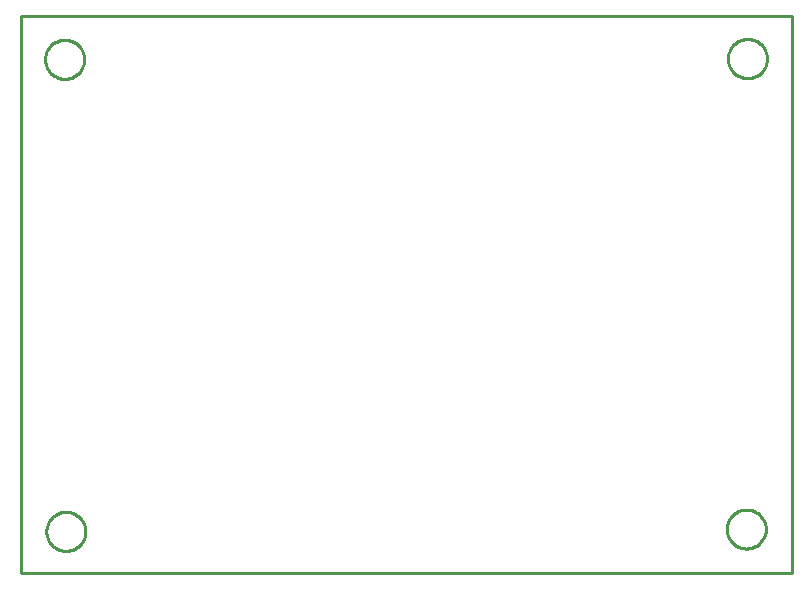
<source format=gbr>
G04 EAGLE Gerber RS-274X export*
G75*
%MOMM*%
%FSLAX34Y34*%
%LPD*%
%IN*%
%IPPOS*%
%AMOC8*
5,1,8,0,0,1.08239X$1,22.5*%
G01*
%ADD10C,0.254000*%


D10*
X25400Y489712D02*
X677980Y489712D01*
X677980Y961900D01*
X25400Y961900D01*
X25400Y489712D01*
X78994Y924528D02*
X78923Y923449D01*
X78782Y922377D01*
X78571Y921317D01*
X78292Y920273D01*
X77944Y919249D01*
X77530Y918251D01*
X77052Y917281D01*
X76512Y916345D01*
X75911Y915446D01*
X75253Y914589D01*
X74541Y913776D01*
X73776Y913012D01*
X72963Y912299D01*
X72106Y911641D01*
X71207Y911040D01*
X70271Y910500D01*
X69301Y910022D01*
X68303Y909608D01*
X67279Y909260D01*
X66235Y908981D01*
X65175Y908770D01*
X64103Y908629D01*
X63024Y908558D01*
X61944Y908558D01*
X60865Y908629D01*
X59793Y908770D01*
X58733Y908981D01*
X57689Y909260D01*
X56665Y909608D01*
X55667Y910022D01*
X54697Y910500D01*
X53761Y911040D01*
X52862Y911641D01*
X52005Y912299D01*
X51192Y913012D01*
X50428Y913776D01*
X49715Y914589D01*
X49057Y915446D01*
X48456Y916345D01*
X47916Y917281D01*
X47438Y918251D01*
X47024Y919249D01*
X46676Y920273D01*
X46397Y921317D01*
X46186Y922377D01*
X46045Y923449D01*
X45974Y924528D01*
X45974Y925608D01*
X46045Y926687D01*
X46186Y927759D01*
X46397Y928819D01*
X46676Y929863D01*
X47024Y930887D01*
X47438Y931885D01*
X47916Y932855D01*
X48456Y933791D01*
X49057Y934690D01*
X49715Y935547D01*
X50428Y936360D01*
X51192Y937125D01*
X52005Y937837D01*
X52862Y938495D01*
X53761Y939096D01*
X54697Y939636D01*
X55667Y940114D01*
X56665Y940528D01*
X57689Y940876D01*
X58733Y941155D01*
X59793Y941366D01*
X60865Y941507D01*
X61944Y941578D01*
X63024Y941578D01*
X64103Y941507D01*
X65175Y941366D01*
X66235Y941155D01*
X67279Y940876D01*
X68303Y940528D01*
X69301Y940114D01*
X70271Y939636D01*
X71207Y939096D01*
X72106Y938495D01*
X72963Y937837D01*
X73776Y937125D01*
X74541Y936360D01*
X75253Y935547D01*
X75911Y934690D01*
X76512Y933791D01*
X77052Y932855D01*
X77530Y931885D01*
X77944Y930887D01*
X78292Y929863D01*
X78571Y928819D01*
X78782Y927759D01*
X78923Y926687D01*
X78994Y925608D01*
X78994Y924528D01*
X657098Y925036D02*
X657027Y923957D01*
X656886Y922885D01*
X656675Y921825D01*
X656396Y920781D01*
X656048Y919757D01*
X655634Y918759D01*
X655156Y917789D01*
X654616Y916853D01*
X654015Y915954D01*
X653357Y915097D01*
X652645Y914284D01*
X651880Y913520D01*
X651067Y912807D01*
X650210Y912149D01*
X649311Y911548D01*
X648375Y911008D01*
X647405Y910530D01*
X646407Y910116D01*
X645383Y909768D01*
X644339Y909489D01*
X643279Y909278D01*
X642207Y909137D01*
X641128Y909066D01*
X640048Y909066D01*
X638969Y909137D01*
X637897Y909278D01*
X636837Y909489D01*
X635793Y909768D01*
X634769Y910116D01*
X633771Y910530D01*
X632801Y911008D01*
X631865Y911548D01*
X630966Y912149D01*
X630109Y912807D01*
X629296Y913520D01*
X628532Y914284D01*
X627819Y915097D01*
X627161Y915954D01*
X626560Y916853D01*
X626020Y917789D01*
X625542Y918759D01*
X625128Y919757D01*
X624780Y920781D01*
X624501Y921825D01*
X624290Y922885D01*
X624149Y923957D01*
X624078Y925036D01*
X624078Y926116D01*
X624149Y927195D01*
X624290Y928267D01*
X624501Y929327D01*
X624780Y930371D01*
X625128Y931395D01*
X625542Y932393D01*
X626020Y933363D01*
X626560Y934299D01*
X627161Y935198D01*
X627819Y936055D01*
X628532Y936868D01*
X629296Y937633D01*
X630109Y938345D01*
X630966Y939003D01*
X631865Y939604D01*
X632801Y940144D01*
X633771Y940622D01*
X634769Y941036D01*
X635793Y941384D01*
X636837Y941663D01*
X637897Y941874D01*
X638969Y942015D01*
X640048Y942086D01*
X641128Y942086D01*
X642207Y942015D01*
X643279Y941874D01*
X644339Y941663D01*
X645383Y941384D01*
X646407Y941036D01*
X647405Y940622D01*
X648375Y940144D01*
X649311Y939604D01*
X650210Y939003D01*
X651067Y938345D01*
X651880Y937633D01*
X652645Y936868D01*
X653357Y936055D01*
X654015Y935198D01*
X654616Y934299D01*
X655156Y933363D01*
X655634Y932393D01*
X656048Y931395D01*
X656396Y930371D01*
X656675Y929327D01*
X656886Y928267D01*
X657027Y927195D01*
X657098Y926116D01*
X657098Y925036D01*
X80010Y524732D02*
X79939Y523653D01*
X79798Y522581D01*
X79587Y521521D01*
X79308Y520477D01*
X78960Y519453D01*
X78546Y518455D01*
X78068Y517485D01*
X77528Y516549D01*
X76927Y515650D01*
X76269Y514793D01*
X75557Y513980D01*
X74792Y513216D01*
X73979Y512503D01*
X73122Y511845D01*
X72223Y511244D01*
X71287Y510704D01*
X70317Y510226D01*
X69319Y509812D01*
X68295Y509464D01*
X67251Y509185D01*
X66191Y508974D01*
X65119Y508833D01*
X64040Y508762D01*
X62960Y508762D01*
X61881Y508833D01*
X60809Y508974D01*
X59749Y509185D01*
X58705Y509464D01*
X57681Y509812D01*
X56683Y510226D01*
X55713Y510704D01*
X54777Y511244D01*
X53878Y511845D01*
X53021Y512503D01*
X52208Y513216D01*
X51444Y513980D01*
X50731Y514793D01*
X50073Y515650D01*
X49472Y516549D01*
X48932Y517485D01*
X48454Y518455D01*
X48040Y519453D01*
X47692Y520477D01*
X47413Y521521D01*
X47202Y522581D01*
X47061Y523653D01*
X46990Y524732D01*
X46990Y525812D01*
X47061Y526891D01*
X47202Y527963D01*
X47413Y529023D01*
X47692Y530067D01*
X48040Y531091D01*
X48454Y532089D01*
X48932Y533059D01*
X49472Y533995D01*
X50073Y534894D01*
X50731Y535751D01*
X51444Y536564D01*
X52208Y537329D01*
X53021Y538041D01*
X53878Y538699D01*
X54777Y539300D01*
X55713Y539840D01*
X56683Y540318D01*
X57681Y540732D01*
X58705Y541080D01*
X59749Y541359D01*
X60809Y541570D01*
X61881Y541711D01*
X62960Y541782D01*
X64040Y541782D01*
X65119Y541711D01*
X66191Y541570D01*
X67251Y541359D01*
X68295Y541080D01*
X69319Y540732D01*
X70317Y540318D01*
X71287Y539840D01*
X72223Y539300D01*
X73122Y538699D01*
X73979Y538041D01*
X74792Y537329D01*
X75557Y536564D01*
X76269Y535751D01*
X76927Y534894D01*
X77528Y533995D01*
X78068Y533059D01*
X78546Y532089D01*
X78960Y531091D01*
X79308Y530067D01*
X79587Y529023D01*
X79798Y527963D01*
X79939Y526891D01*
X80010Y525812D01*
X80010Y524732D01*
X656082Y526764D02*
X656011Y525685D01*
X655870Y524613D01*
X655659Y523553D01*
X655380Y522509D01*
X655032Y521485D01*
X654618Y520487D01*
X654140Y519517D01*
X653600Y518581D01*
X652999Y517682D01*
X652341Y516825D01*
X651629Y516012D01*
X650864Y515248D01*
X650051Y514535D01*
X649194Y513877D01*
X648295Y513276D01*
X647359Y512736D01*
X646389Y512258D01*
X645391Y511844D01*
X644367Y511496D01*
X643323Y511217D01*
X642263Y511006D01*
X641191Y510865D01*
X640112Y510794D01*
X639032Y510794D01*
X637953Y510865D01*
X636881Y511006D01*
X635821Y511217D01*
X634777Y511496D01*
X633753Y511844D01*
X632755Y512258D01*
X631785Y512736D01*
X630849Y513276D01*
X629950Y513877D01*
X629093Y514535D01*
X628280Y515248D01*
X627516Y516012D01*
X626803Y516825D01*
X626145Y517682D01*
X625544Y518581D01*
X625004Y519517D01*
X624526Y520487D01*
X624112Y521485D01*
X623764Y522509D01*
X623485Y523553D01*
X623274Y524613D01*
X623133Y525685D01*
X623062Y526764D01*
X623062Y527844D01*
X623133Y528923D01*
X623274Y529995D01*
X623485Y531055D01*
X623764Y532099D01*
X624112Y533123D01*
X624526Y534121D01*
X625004Y535091D01*
X625544Y536027D01*
X626145Y536926D01*
X626803Y537783D01*
X627516Y538596D01*
X628280Y539361D01*
X629093Y540073D01*
X629950Y540731D01*
X630849Y541332D01*
X631785Y541872D01*
X632755Y542350D01*
X633753Y542764D01*
X634777Y543112D01*
X635821Y543391D01*
X636881Y543602D01*
X637953Y543743D01*
X639032Y543814D01*
X640112Y543814D01*
X641191Y543743D01*
X642263Y543602D01*
X643323Y543391D01*
X644367Y543112D01*
X645391Y542764D01*
X646389Y542350D01*
X647359Y541872D01*
X648295Y541332D01*
X649194Y540731D01*
X650051Y540073D01*
X650864Y539361D01*
X651629Y538596D01*
X652341Y537783D01*
X652999Y536926D01*
X653600Y536027D01*
X654140Y535091D01*
X654618Y534121D01*
X655032Y533123D01*
X655380Y532099D01*
X655659Y531055D01*
X655870Y529995D01*
X656011Y528923D01*
X656082Y527844D01*
X656082Y526764D01*
M02*

</source>
